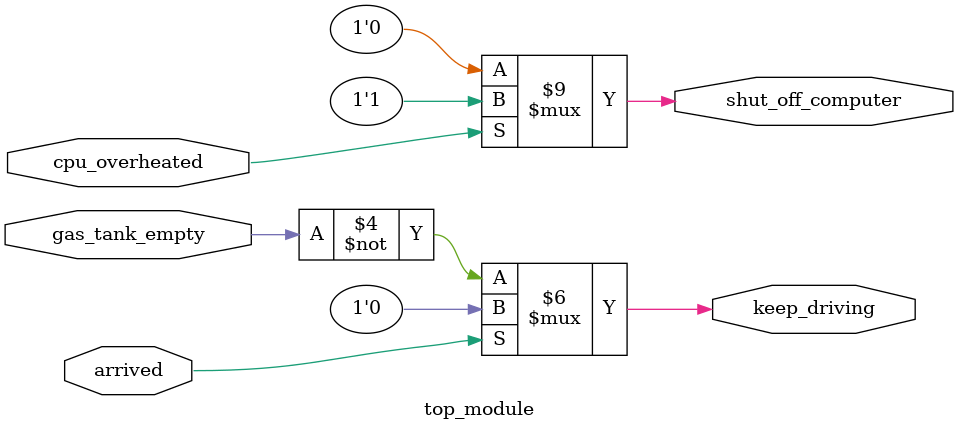
<source format=v>
module top_module (
    input      cpu_overheated,
    output reg shut_off_computer,
    input      arrived,
    input      gas_tank_empty,
    output reg keep_driving  ); //

    always @(*) begin
        if (cpu_overheated)begin
           shut_off_computer = 1;
        end
        else begin
            shut_off_computer = 0;
        end
    end
    always @(*) begin
        if (~arrived)begin
           keep_driving = ~gas_tank_empty;
        end
        else begin
            keep_driving = 0;
        end
    end

endmodule
</source>
